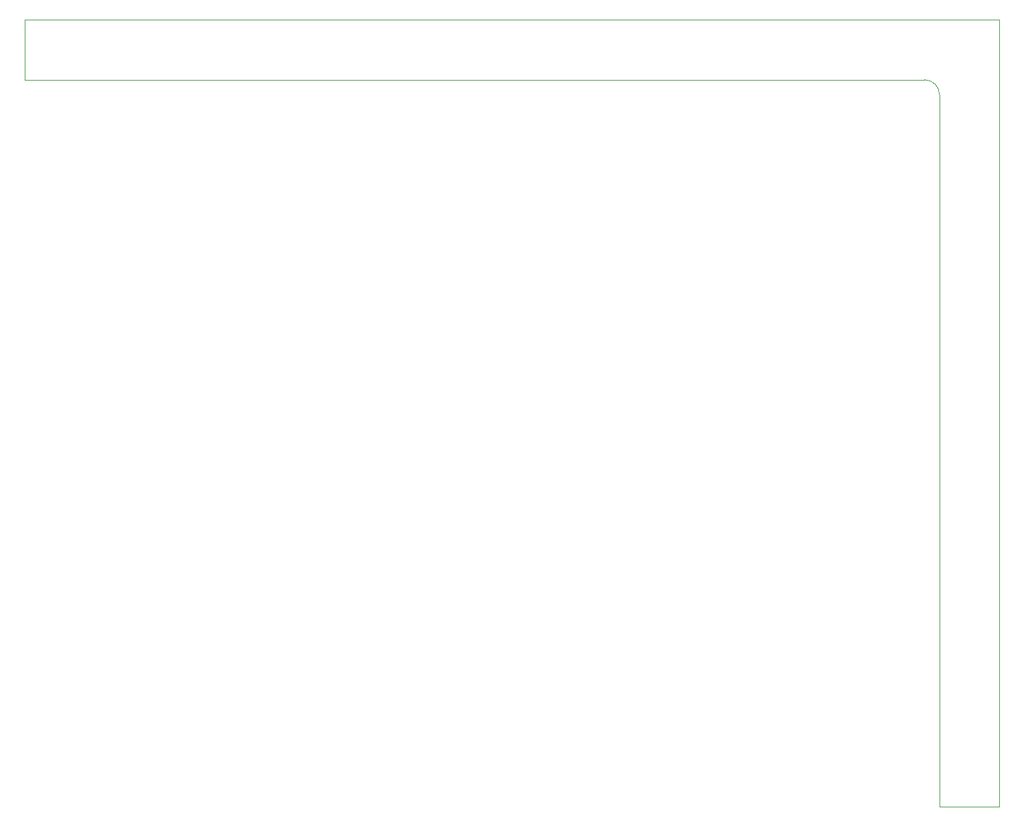
<source format=gbr>
%TF.GenerationSoftware,KiCad,Pcbnew,7.0.6*%
%TF.CreationDate,2023-08-29T13:25:14+01:00*%
%TF.ProjectId,blank,626c616e-6b2e-46b6-9963-61645f706362,rev?*%
%TF.SameCoordinates,Original*%
%TF.FileFunction,Profile,NP*%
%FSLAX46Y46*%
G04 Gerber Fmt 4.6, Leading zero omitted, Abs format (unit mm)*
G04 Created by KiCad (PCBNEW 7.0.6) date 2023-08-29 13:25:14*
%MOMM*%
%LPD*%
G01*
G04 APERTURE LIST*
%TA.AperFunction,Profile*%
%ADD10C,0.1*%
%TD*%
G04 APERTURE END LIST*
D10*
X0124000000Y0097000000D02*
G75*
G03*
X0122000000Y0099000000I-0002000000D01*
G01*
X0132000000Y0107000000D02*
X0132000000Y0002000000D01*
X0002000000Y0107000000D02*
X0132000000Y0107000000D01*
X0124000000Y0002000000D02*
X0132000000Y0002000000D01*
X0124000000Y0097000000D02*
X0124000000Y0002000000D01*
X0002000000Y0099000000D02*
X0122000000Y0099000000D01*
X0002000000Y0107000000D02*
X0002000000Y0099000000D01*
M02*
</source>
